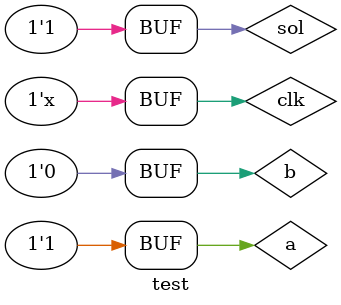
<source format=v>
`timescale 1ns / 1ps


module test();
reg a, b, sol, clk;
wire o;

mux21 uut(a, b, sol, o);

always #25 clk = ~clk;
initial begin
    a = 0; b= 0; sol = 0;
    // #50; a=1; b=0; sol=0;
    #50; {a,b,sol} = {a,b,sol}+1;
    #50; {a,b,sol} = {a,b,sol}+1;
    #50; {a,b,sol} = {a,b,sol}+1;
    #50; {a,b,sol} = {a,b,sol}+1;
    #50; {a,b,sol} = {a,b,sol}+1;
end
endmodule

</source>
